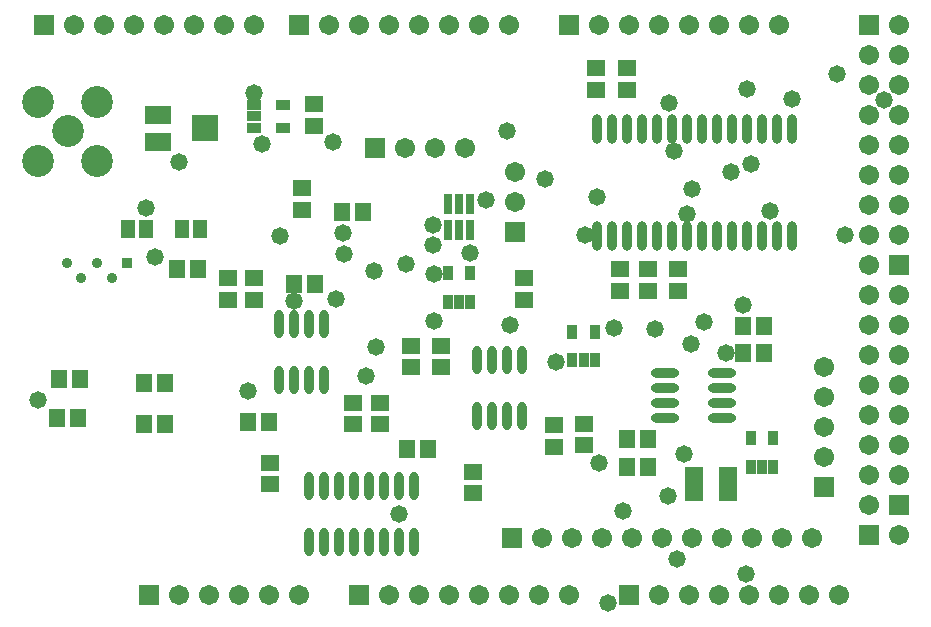
<source format=gts>
%FSDAX24Y24*%
%MOIN*%
%SFA1B1*%

%IPPOS*%
%ADD39R,0.055200X0.063100*%
%ADD40R,0.063100X0.055200*%
%ADD41O,0.031600X0.098600*%
%ADD42R,0.033600X0.051300*%
%ADD43O,0.031600X0.094600*%
%ADD44R,0.051300X0.063100*%
%ADD45R,0.051300X0.033600*%
%ADD46R,0.086700X0.059200*%
%ADD47R,0.086700X0.086700*%
%ADD48O,0.094600X0.031600*%
%ADD49R,0.059200X0.114300*%
%ADD50R,0.029700X0.065100*%
%ADD51R,0.029700X0.065100*%
%ADD52R,0.067100X0.067100*%
%ADD53C,0.067100*%
%ADD54R,0.067100X0.067100*%
%ADD55C,0.106400*%
%ADD56R,0.035600X0.035600*%
%ADD57C,0.035600*%
%ADD58C,0.058000*%
%LNpcb_csn_v3_1-1*%
%LPD*%
G54D39*
X013096Y005750D03*
X013804D03*
X010054Y011250D03*
X009346D03*
X004346Y007950D03*
X005054D03*
X004346Y006600D03*
X005054D03*
X001496Y008100D03*
X002204D03*
X001446Y006800D03*
X002154D03*
X008504Y006650D03*
X007796D03*
X011654Y013650D03*
X010946D03*
X020446Y006100D03*
X021154D03*
X025004Y009850D03*
X024296D03*
Y008950D03*
X025004D03*
X021154Y005150D03*
X020446D03*
X005446Y011750D03*
X006154D03*
G54D40*
X019400Y017746D03*
Y018454D03*
X020450D03*
Y017746D03*
X022150Y011046D03*
Y011754D03*
X020200D03*
Y011046D03*
X021150Y011754D03*
Y011046D03*
X018000Y006554D03*
Y005846D03*
X013250Y008496D03*
Y009204D03*
X014250D03*
Y008496D03*
X008550Y004596D03*
Y005304D03*
X017000Y010746D03*
Y011454D03*
X015300Y004296D03*
Y005004D03*
X010000Y017254D03*
Y016546D03*
X011300Y007304D03*
Y006596D03*
X009600Y013746D03*
Y014454D03*
X012200Y007304D03*
Y006596D03*
X007150Y011454D03*
Y010746D03*
X008000Y011454D03*
Y010746D03*
X019000Y005896D03*
Y006604D03*
G54D41*
X025950Y016441D03*
X025450D03*
X024950D03*
X024450D03*
X023950D03*
X023450D03*
X022950D03*
X022450D03*
X021950D03*
X021450D03*
X020950D03*
X020450D03*
X019950D03*
X019450D03*
X025950Y012859D03*
X025450D03*
X024950D03*
X024450D03*
X023950D03*
X023450D03*
X022950D03*
X022450D03*
X021950D03*
X021450D03*
X020950D03*
X020450D03*
X019950D03*
X019450D03*
G54D42*
X014476Y011622D03*
X015224D03*
Y010678D03*
X014850D03*
X014476D03*
X024576Y005178D03*
X024950D03*
X025324D03*
Y006122D03*
X024576D03*
X018626Y008728D03*
X019000D03*
X019374D03*
Y009672D03*
X018626D03*
G54D43*
X013350Y004545D03*
X012850D03*
X012350D03*
X011850D03*
X011350D03*
X010850D03*
X010350D03*
X009850D03*
X013350Y002655D03*
X012850D03*
X012350D03*
X011850D03*
X011350D03*
X010850D03*
X010350D03*
X009850D03*
X015450Y006855D03*
X015950D03*
X016450D03*
X016950D03*
X015450Y008745D03*
X015950D03*
X016450D03*
X016950D03*
X008850Y008055D03*
X009350D03*
X009850D03*
X010350D03*
X008850Y009945D03*
X009350D03*
X009850D03*
X010350D03*
G54D44*
X006195Y013100D03*
X005605D03*
X004395D03*
X003805D03*
G54D45*
X008972Y017224D03*
Y016476D03*
X008028D03*
Y016850D03*
Y017224D03*
G54D46*
X004813Y015997D03*
Y016903D03*
G54D47*
X006387Y016450D03*
G54D48*
X023595Y006800D03*
Y007300D03*
Y007800D03*
Y008300D03*
X021705Y006800D03*
Y007300D03*
Y007800D03*
Y008300D03*
G54D49*
X022679Y004600D03*
X023821D03*
G54D50*
X014476Y013077D03*
G54D51*
X014850Y013077D03*
X015224D03*
Y013923D03*
X014850D03*
X014476D03*
G54D52*
X011500Y000900D03*
X028500Y002900D03*
X016600Y002800D03*
X028500Y019900D03*
X009500D03*
X020500Y000900D03*
X012050Y015800D03*
X001000Y019900D03*
X018500D03*
X004500Y000900D03*
G54D53*
X012500Y000900D03*
X013500D03*
X014500D03*
X015500D03*
X016500D03*
X017500D03*
X018500D03*
X029500Y002900D03*
X026600Y002800D03*
X025600D03*
X024600D03*
X023600D03*
X022600D03*
X021600D03*
X020600D03*
X019600D03*
X018600D03*
X017600D03*
X029500Y019900D03*
X010500D03*
X011500D03*
X012500D03*
X013500D03*
X014500D03*
X015500D03*
X016500D03*
X021500Y000900D03*
X022500D03*
X023500D03*
X024500D03*
X025500D03*
X026500D03*
X027500D03*
X028500Y003900D03*
X029500Y004900D03*
X028500D03*
X029500Y005900D03*
X028500D03*
X029500Y006900D03*
X028500D03*
X029500Y007900D03*
X028500D03*
X029500Y008900D03*
X028500D03*
X029500Y009900D03*
X028500D03*
X029500Y010900D03*
X028500D03*
X015050Y015800D03*
X014050D03*
X013050D03*
X002000Y019900D03*
X003000D03*
X004000D03*
X005000D03*
X006000D03*
X007000D03*
X008000D03*
X019500D03*
X020500D03*
X021500D03*
X022500D03*
X023500D03*
X024500D03*
X025500D03*
X005500Y000900D03*
X006500D03*
X007500D03*
X008500D03*
X009500D03*
X028500Y011900D03*
X029500Y012900D03*
X028500D03*
X029500Y013900D03*
X028500D03*
X029500Y014900D03*
X028500D03*
X029500Y015900D03*
X028500D03*
X029500Y016900D03*
X028500D03*
X029500Y017900D03*
X028500D03*
X029500Y018900D03*
X028500D03*
X016700Y015000D03*
Y014000D03*
X027000Y005500D03*
Y006500D03*
Y007500D03*
Y008500D03*
G54D54*
X029500Y003900D03*
Y011900D03*
X016700Y013000D03*
X027000Y004500D03*
G54D55*
X000816Y017334D03*
X002784D03*
Y015366D03*
X000816D03*
X001800Y016350D03*
G54D56*
X003764Y011950D03*
G54D57*
X002252Y011450D03*
X003276D03*
X001764Y011950D03*
X002764D03*
G54D58*
X022570Y009270D03*
X021370Y009780D03*
X019440Y014160D03*
X011010Y012280D03*
X012000Y011692D03*
X013970Y012570D03*
X005520Y015340D03*
X017700Y014750D03*
X020010Y009800D03*
X019520Y005300D03*
X014000Y010030D03*
X022620Y014420D03*
X023910Y015010D03*
X024580Y015260D03*
X004395Y013810D03*
X020320Y003700D03*
X027700Y012900D03*
X016440Y016350D03*
X000820Y007410D03*
X019800Y000620D03*
X021800Y004200D03*
X024400Y001600D03*
X007796Y007700D03*
X008870Y012880D03*
X015224Y012286D03*
X012850Y003600D03*
X013090Y011940D03*
X013980Y013220D03*
X022450Y013600D03*
X010990Y012970D03*
X011750Y008210D03*
X009350Y010690D03*
X019050Y012890D03*
X015740Y014050D03*
X023020Y010000D03*
X010750Y010770D03*
X023760Y008950D03*
X024320Y010550D03*
X008280Y015930D03*
X018090Y008660D03*
X016550Y009910D03*
X010630Y015990D03*
X008000Y017640D03*
X004700Y012160D03*
X021860Y017290D03*
X022000Y015710D03*
X029000Y017400D03*
X024450Y017760D03*
X025950Y017420D03*
X027460Y018250D03*
X025200Y013690D03*
X012070Y009170D03*
X014020Y011590D03*
X022100Y002110D03*
X022340Y005590D03*
M02*
</source>
